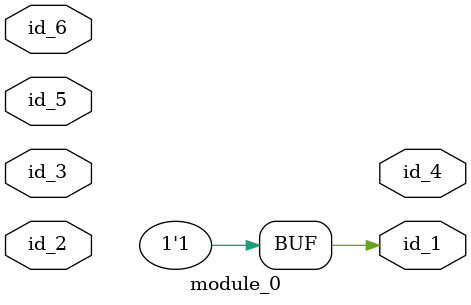
<source format=v>
module module_0 (
    id_1,
    id_2,
    id_3,
    id_4,
    id_5,
    id_6
);
  inout id_6;
  input id_5;
  output id_4;
  inout id_3;
  input id_2;
  output id_1;
  assign id_1 = 1;
endmodule

</source>
